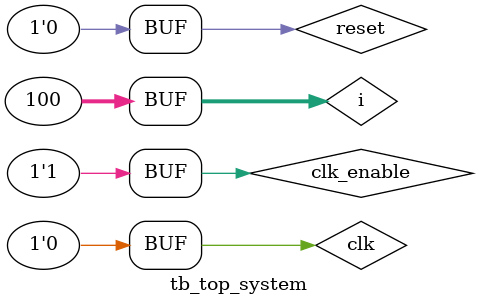
<source format=sv>
`timescale 1 ns / 1 ns
module tb_top_system();
reg clk;
reg reset;
reg clk_enable;
integer i;
wire [15:0] in;
wire [15:0] out;

task clock;
    begin
        clk = 1'b1;
        #1;
        clk = 1'b0;
        #1;
    end
endtask


noise_generator2 noise(.clk(clk),
		.enable(clk_enable),
		.reset(reset),
		.Q(in));

top_system top(.clk(clk),
		.reset(reset),
		.clk_enable(clk_enable),
		.in(in),
		.out(out));

initial begin
reset = 1'b1;
clk_enable = 1'b1;
clock;
clock;
reset = 1'b0;
clock;

for(i = 0; i < 100; i = i + 1) begin
	clock;
end


end

endmodule

</source>
